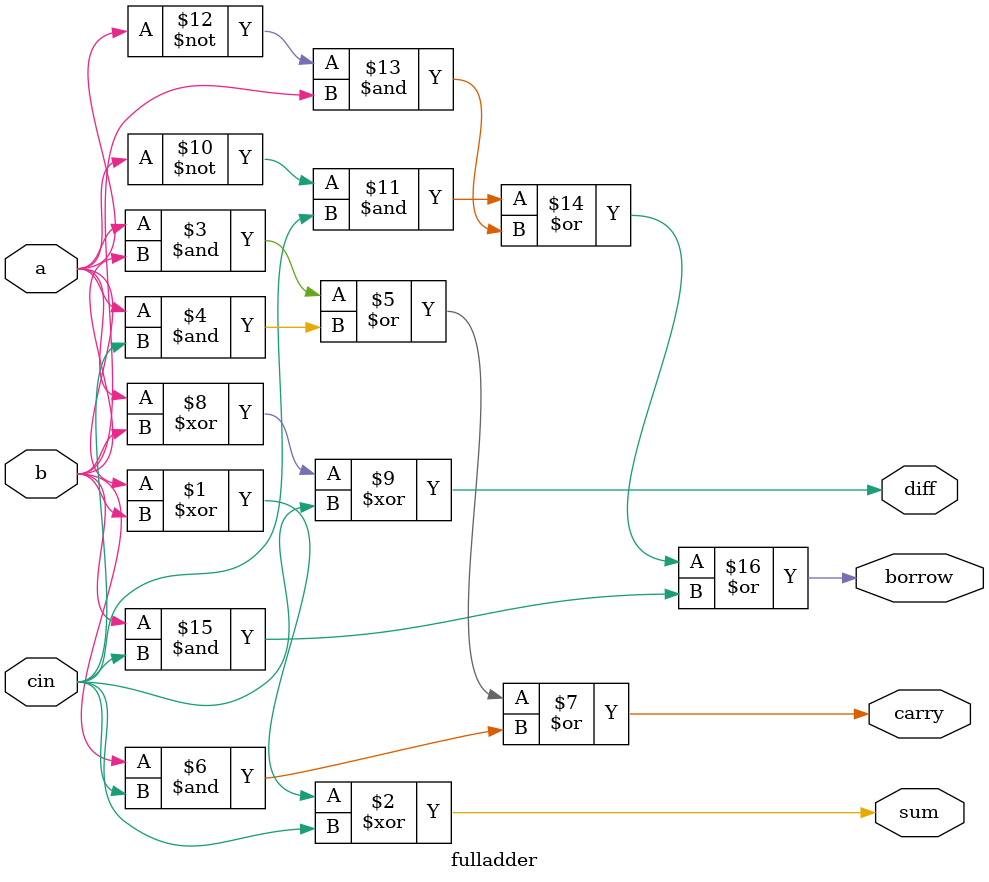
<source format=v>
module fulladder(a,b,cin,sum,diff,carry,borrow);
input a,b,cin;
output sum,diff,carry,borrow;
assign sum = (a^b^cin);
assign carry = (a&b)|(a&cin)|(b&cin);
assign diff = (a^b^cin);
assign borrow = (~a&cin)|(~a&b)|(b&cin);
endmodule
</source>
